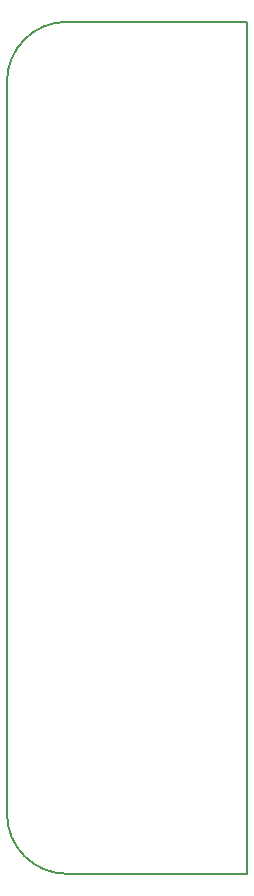
<source format=gbr>
G04 #@! TF.FileFunction,Profile,NP*
%FSLAX46Y46*%
G04 Gerber Fmt 4.6, Leading zero omitted, Abs format (unit mm)*
G04 Created by KiCad (PCBNEW 4.0.7) date 04/11/18 13:12:21*
%MOMM*%
%LPD*%
G01*
G04 APERTURE LIST*
%ADD10C,0.100000*%
%ADD11C,0.150000*%
G04 APERTURE END LIST*
D10*
D11*
X99060000Y-133096000D02*
X99060000Y-132080000D01*
X119380000Y-137160000D02*
X119380000Y-138176000D01*
X119380000Y-66040000D02*
X104140000Y-66040000D01*
X119380000Y-137160000D02*
X119380000Y-66040000D01*
X104140000Y-138176000D02*
X119380000Y-138176000D01*
X99060000Y-133096000D02*
G75*
G03X104140000Y-138176000I5080000J0D01*
G01*
X104140000Y-66040000D02*
G75*
G03X99060000Y-71120000I0J-5080000D01*
G01*
X99060000Y-132080000D02*
X99060000Y-71120000D01*
M02*

</source>
